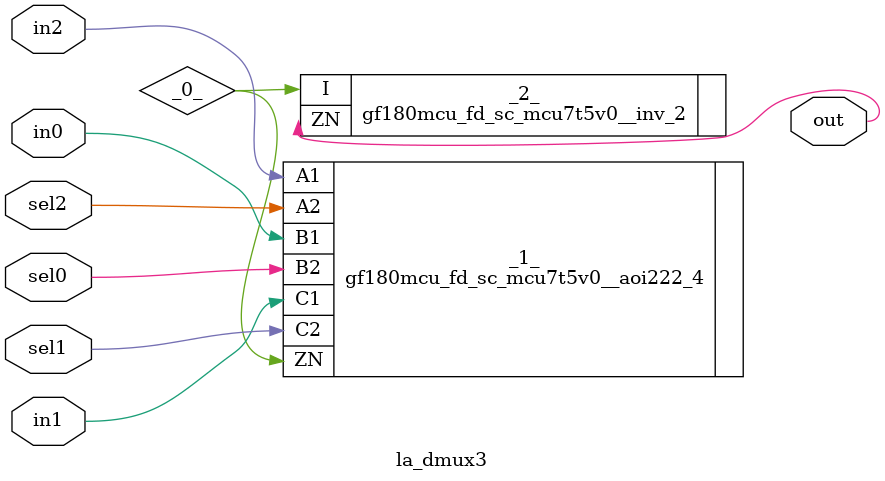
<source format=v>

/* Generated by Yosys 0.44 (git sha1 80ba43d26, g++ 11.4.0-1ubuntu1~22.04 -fPIC -O3) */

(* top =  1  *)
(* src = "generated" *)
module la_dmux3 (
    sel0,
    sel1,
    sel2,
    in0,
    in1,
    in2,
    out
);
  wire _0_;
  (* src = "generated" *)
  input in0;
  wire in0;
  (* src = "generated" *)
  input in1;
  wire in1;
  (* src = "generated" *)
  input in2;
  wire in2;
  (* src = "generated" *)
  output out;
  wire out;
  (* src = "generated" *)
  input sel0;
  wire sel0;
  (* src = "generated" *)
  input sel1;
  wire sel1;
  (* src = "generated" *)
  input sel2;
  wire sel2;
  gf180mcu_fd_sc_mcu7t5v0__aoi222_4 _1_ (
      .A1(in2),
      .A2(sel2),
      .B1(in0),
      .B2(sel0),
      .C1(in1),
      .C2(sel1),
      .ZN(_0_)
  );
  gf180mcu_fd_sc_mcu7t5v0__inv_2 _2_ (
      .I (_0_),
      .ZN(out)
  );
endmodule

</source>
